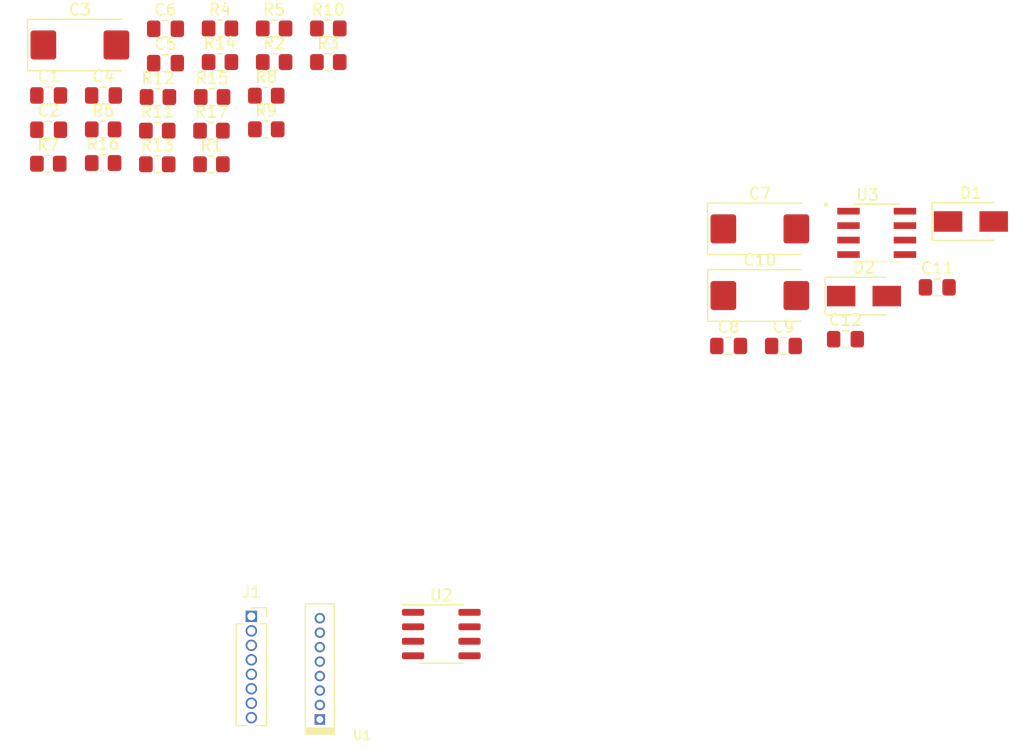
<source format=kicad_pcb>
(kicad_pcb (version 20211014) (generator pcbnew)
  (layers (0 "F.Cu" signal) (31 "B.Cu" signal) (34 "B.Paste" user) (35 "F.Paste" user) (36 "B.SilkS" user "B.Silkscreen") (37 "F.SilkS" user "F.Silkscreen") (38 "B.Mask" user) (39 "F.Mask" user) (44 "Edge.Cuts" user))
  (net 0 "")
  (net 9 "Net-(U2-Pad2)")
  (net 10 "Net-(U2-Pad1)")
  (net 13 "Net-(C3-Pad1)")
  (net 14 "GND")
  (net 17 "/Vcc")
  (net 18 "Net-(J1-Pad1)")
  (net 19 "Net-(J1-Pad2)")
  (net 20 "Net-(J1-Pad3)")
  (net 21 "Net-(J1-Pad4)")
  (net 22 "Net-(J1-Pad5)")
  (net 23 "Net-(J1-Pad6)")
  (net 24 "Net-(J1-Pad7)")
  (net 25 "Net-(J1-Pad8)")
  (net 26 "/S{slash}R-")
  (net 27 "/Vcc{slash}2")
  (net 28 "Net-(U2-Pad3)")
  (net 29 "/Vo+")
  (net 30 "/Vo-")
  (net 31 "/S{slash}R+")
  (net 32 "Net-(U2-Pad6)")
  (net 33 "/Vo")
  (net 36 "Net-(C7-Pad1)")
  (net 37 "Net-(C7-Pad2)")
  (net 38 "Net-(C8-Pad2)")
  (net 39 "/+5V")
  (net 40 "Net-(C10-Pad1)")
  (net 41 "Net-(C10-Pad2)")
  (net 42 "Net-(C11-Pad1)")
  (net 43 "/20V")
  (footprint "Resistor_SMD:R_0805_2012Metric_Pad1.20x1.40mm_HandSolder" (layer "F.Cu") (at 147.92 63.39)
    (fp_text reference "R13" (at 0 -1.65) (layer "F.SilkS"))
    (fp_text value "Rb")
    (fp_line (start -0.227064 -0.735) (end 0.227064 -0.735) (layer "F.SilkS") (width 0.12))
    (fp_line (start -0.227064 0.735) (end 0.227064 0.735) (layer "F.SilkS") (width 0.12))
    (pad "1" smd roundrect (at -1 0) (size 1.2 1.4) (layers "F.Cu" "F.Paste" "F.Mask") (roundrect_rratio 0.208333) (net 14 "GND"))
    (pad "2" smd roundrect (at 1 0) (size 1.2 1.4) (layers "F.Cu" "F.Paste" "F.Mask") (roundrect_rratio 0.208333) (net 32 "Net-(U2-Pad6)"))
  )
  (footprint "Resistor_SMD:R_0805_2012Metric_Pad1.20x1.40mm_HandSolder" (layer "F.Cu") (at 152.67 63.39)
    (fp_text reference "R1" (at 0 -1.65) (layer "F.SilkS"))
    (fp_text value "R_Small")
    (fp_line (start -0.227064 -0.735) (end 0.227064 -0.735) (layer "F.SilkS") (width 0.12))
    (fp_line (start -0.227064 0.735) (end 0.227064 0.735) (layer "F.SilkS") (width 0.12))
    (pad "1" smd roundrect (at -1 0) (size 1.2 1.4) (layers "F.Cu" "F.Paste" "F.Mask") (roundrect_rratio 0.208333) (net 18 "Net-(J1-Pad1)"))
    (pad "2" smd roundrect (at 1 0) (size 1.2 1.4) (layers "F.Cu" "F.Paste" "F.Mask") (roundrect_rratio 0.208333) (net 14 "GND"))
  )
  (footprint "Resistor_SMD:R_0805_2012Metric_Pad1.20x1.40mm_HandSolder" (layer "F.Cu") (at 157.48 60.32)
    (fp_text reference "R9" (at 0 -1.65) (layer "F.SilkS"))
    (fp_text value "R_Small")
    (fp_line (start -0.227064 -0.735) (end 0.227064 -0.735) (layer "F.SilkS") (width 0.12))
    (fp_line (start -0.227064 0.735) (end 0.227064 0.735) (layer "F.SilkS") (width 0.12))
    (pad "1" smd roundrect (at -1 0) (size 1.2 1.4) (layers "F.Cu" "F.Paste" "F.Mask") (roundrect_rratio 0.208333) (net 21 "Net-(J1-Pad4)"))
    (pad "2" smd roundrect (at 1 0) (size 1.2 1.4) (layers "F.Cu" "F.Paste" "F.Mask") (roundrect_rratio 0.208333) (net 14 "GND"))
  )
  (footprint "Capacitor_Tantalum_SMD:CP_EIA-7343-31_Kemet-D_Pad2.25x2.55mm_HandSolder" (layer "F.Cu") (at 200.77 69.06)
    (fp_text reference "C7" (at 0 -3.1) (layer "F.SilkS"))
    (fp_text value "C_Polarized_Small")
    (fp_line (start -4.585 2.26) (end 3.65 2.26) (layer "F.SilkS") (width 0.12))
    (fp_line (start -4.585 -2.26) (end -4.585 2.26) (layer "F.SilkS") (width 0.12))
    (fp_line (start 3.65 -2.26) (end -4.585 -2.26) (layer "F.SilkS") (width 0.12))
    (pad "1" smd roundrect (at -3.2 0) (size 2.25 2.55) (layers "F.Cu" "F.Paste" "F.Mask") (roundrect_rratio 0.111111) (net 36 "Net-(C7-Pad1)"))
    (pad "2" smd roundrect (at 3.2 0) (size 2.25 2.55) (layers "F.Cu" "F.Paste" "F.Mask") (roundrect_rratio 0.111111) (net 37 "Net-(C7-Pad2)"))
  )
  (footprint "MyLib:HMC1051Z3" (layer "F.Cu") (at 162.1785 112.1185)
    (fp_text reference "U1" (at 3.7 1.4) (layer "F.SilkS") (effects (font (size 0.787402 0.787402))))
    (fp_text value "HMC1051Z")
    (fp_line (start -1.27 1.27) (end 1.27 1.27) (layer "F.SilkS") (width 0.127))
    (fp_line (start 1.27 1.016) (end -1.27 1.016) (layer "F.SilkS") (width 0.127))
    (fp_line (start 1.27 -10.16) (end -1.27 -10.16) (layer "F.SilkS") (width 0.127))
    (fp_line (start -1.27 1.143) (end 1.27 1.143) (layer "F.SilkS") (width 0.127))
    (fp_line (start 1.27 0.762) (end -1.27 0.762) (layer "F.SilkS") (width 0.127))
    (fp_line (start -1.27 0.889) (end 1.27 0.889) (layer "F.SilkS") (width 0.127))
    (fp_line (start 1.27 0.762) (end 1.27 -10.16) (layer "F.SilkS") (width 0.127))
    (fp_line (start -1.27 1.143) (end -1.27 1.27) (layer "F.SilkS") (width 0.127))
    (fp_line (start -1.27 0.762) (end -1.27 0.889) (layer "F.SilkS") (width 0.127))
    (fp_line (start 1.27 1.27) (end 1.27 1.143) (layer "F.SilkS") (width 0.127))
    (fp_line (start 1.27 0.889) (end 1.27 0.762) (layer "F.SilkS") (width 0.127))
    (fp_line (start 1.27 1.143) (end 1.27 1.016) (layer "F.SilkS") (width 0.127))
    (fp_line (start -1.27 -10.16) (end -1.27 0.762) (layer "F.SilkS") (width 0.127))
    (fp_line (start -1.27 1.016) (end -1.27 1.143) (layer "F.SilkS") (width 0.127))
    (fp_line (start -1.27 1.016) (end -1.27 0.889) (layer "F.SilkS") (width 0.127))
    (fp_line (start 1.27 1.016) (end 1.27 0.889) (layer "F.SilkS") (width 0.127))
    (pad "1" thru_hole rect (at 0 0) (size 0.9144 0.9144) (drill 0.6) (layers *.Cu *.Mask))
    (pad "2" thru_hole circle (at 0 -1.27) (size 0.9144 0.9144) (drill 0.6) (layers *.Cu *.Mask))
    (pad "3" thru_hole circle (at 0 -2.54) (size 0.9144 0.9144) (drill 0.6) (layers *.Cu *.Mask))
    (pad "4" thru_hole circle (at 0 -3.81) (size 0.9144 0.9144) (drill 0.6) (layers *.Cu *.Mask))
    (pad "5" thru_hole circle (at 0 -5.08) (size 0.9144 0.9144) (drill 0.6) (layers *.Cu *.Mask))
    (pad "6" thru_hole circle (at 0 -6.35) (size 0.9144 0.9144) (drill 0.6) (layers *.Cu *.Mask))
    (pad "7" thru_hole circle (at 0 -7.62) (size 0.9144 0.9144) (drill 0.6) (layers *.Cu *.Mask))
    (pad "8" thru_hole circle (at 0 -8.89) (size 0.9144 0.9144) (drill 0.6) (layers *.Cu *.Mask))
  )
  (footprint "Diode_SMD:D_SMA" (layer "F.Cu") (at 219.28 68.41)
    (fp_text reference "D1" (at 0 -2.5) (layer "F.SilkS"))
    (fp_text value "1N5818")
    (fp_line (start -3.4 1.65) (end 2 1.65) (layer "F.SilkS") (width 0.12))
    (fp_line (start -3.4 -1.65) (end 2 -1.65) (layer "F.SilkS") (width 0.12))
    (fp_line (start -3.4 -1.65) (end -3.4 1.65) (layer "F.SilkS") (width 0.12))
    (pad "1" smd rect (at -2 0) (size 2.5 1.8) (layers "F.Cu" "F.Paste" "F.Mask") (net 42 "Net-(C11-Pad1)"))
    (pad "2" smd rect (at 2 0) (size 2.5 1.8) (layers "F.Cu" "F.Paste" "F.Mask") (net 38 "Net-(C8-Pad2)"))
  )
  (footprint "Capacitor_SMD:C_0805_2012Metric_Pad1.18x1.45mm_HandSolder" (layer "F.Cu") (at 148.64 51.5)
    (fp_text reference "C6" (at 0 -1.68) (layer "F.SilkS"))
    (fp_text value "C_Small")
    (fp_line (start -0.261252 -0.735) (end 0.261252 -0.735) (layer "F.SilkS") (width 0.12))
    (fp_line (start -0.261252 0.735) (end 0.261252 0.735) (layer "F.SilkS") (width 0.12))
    (pad "1" smd roundrect (at -1.0375 0) (size 1.175 1.45) (layers "F.Cu" "F.Paste" "F.Mask") (roundrect_rratio 0.212766) (net 14 "GND"))
    (pad "2" smd roundrect (at 1.0375 0) (size 1.175 1.45) (layers "F.Cu" "F.Paste" "F.Mask") (roundrect_rratio 0.212766) (net 17 "/Vcc"))
  )
  (footprint "Resistor_SMD:R_0805_2012Metric_Pad1.20x1.40mm_HandSolder" (layer "F.Cu") (at 158.17 51.47)
    (fp_text reference "R5" (at 0 -1.65) (layer "F.SilkS"))
    (fp_text value "500k")
    (fp_line (start -0.227064 -0.735) (end 0.227064 -0.735) (layer "F.SilkS") (width 0.12))
    (fp_line (start -0.227064 0.735) (end 0.227064 0.735) (layer "F.SilkS") (width 0.12))
    (pad "1" smd roundrect (at -1 0) (size 1.2 1.4) (layers "F.Cu" "F.Paste" "F.Mask") (roundrect_rratio 0.208333) (net 27 "/Vcc{slash}2"))
    (pad "2" smd roundrect (at 1 0) (size 1.2 1.4) (layers "F.Cu" "F.Paste" "F.Mask") (roundrect_rratio 0.208333) (net 28 "Net-(U2-Pad3)"))
  )
  (footprint "Connector_PinSocket_1.27mm:PinSocket_1x08_P1.27mm_Vertical" (layer "F.Cu") (at 156.17 103.07)
    (fp_text reference "J1" (at 0 -2.135) (layer "F.SilkS"))
    (fp_text value "Conn_01x08")
    (fp_line (start -1.33 0.635) (end -1.33 9.585) (layer "F.SilkS") (width 0.12))
    (fp_line (start 1.33 -0.76) (end 1.33 0) (layer "F.SilkS") (width 0.12))
    (fp_line (start 0.76 0.635) (end 1.33 0.635) (layer "F.SilkS") (width 0.12))
    (fp_line (start -1.33 9.585) (end -0.30753 9.585) (layer "F.SilkS") (width 0.12))
    (fp_line (start -1.33 0.635) (end -0.76 0.635) (layer "F.SilkS") (width 0.12))
    (fp_line (start 0 -0.76) (end 1.33 -0.76) (layer "F.SilkS") (width 0.12))
    (fp_line (start 1.33 0.635) (end 1.33 9.585) (layer "F.SilkS") (width 0.12))
    (fp_line (start 0.30753 9.585) (end 1.33 9.585) (layer "F.SilkS") (width 0.12))
    (pad "1" thru_hole rect (at 0 0) (size 1 1) (drill 0.7) (layers *.Cu *.Mask) (net 18 "Net-(J1-Pad1)"))
    (pad "2" thru_hole oval (at 0 1.27) (size 1 1) (drill 0.7) (layers *.Cu *.Mask) (net 19 "Net-(J1-Pad2)"))
    (pad "3" thru_hole oval (at 0 2.54) (size 1 1) (drill 0.7) (layers *.Cu *.Mask) (net 20 "Net-(J1-Pad3)"))
    (pad "4" thru_hole oval (at 0 3.81) (size 1 1) (drill 0.7) (layers *.Cu *.Mask) (net 21 "Net-(J1-Pad4)"))
    (pad "5" thru_hole oval (at 0 5.08) (size 1 1) (drill 0.7) (layers *.Cu *.Mask) (net 22 "Net-(J1-Pad5)"))
    (pad "6" thru_hole oval (at 0 6.35) (size 1 1) (drill 0.7) (layers *.Cu *.Mask) (net 23 "Net-(J1-Pad6)"))
    (pad "7" thru_hole oval (at 0 7.62) (size 1 1) (drill 0.7) (layers *.Cu *.Mask) (net 24 "Net-(J1-Pad7)"))
    (pad "8" thru_hole oval (at 0 8.89) (size 1 1) (drill 0.7) (layers *.Cu *.Mask) (net 25 "Net-(J1-Pad8)"))
  )
  (footprint "Resistor_SMD:R_0805_2012Metric_Pad1.20x1.40mm_HandSolder" (layer "F.Cu") (at 152.67 60.44)
    (fp_text reference "R17" (at 0 -1.65) (layer "F.SilkS"))
    (fp_text value "R_Small")
    (fp_line (start -0.227064 -0.735) (end 0.227064 -0.735) (layer "F.SilkS") (width 0.12))
    (fp_line (start -0.227064 0.735) (end 0.227064 0.735) (layer "F.SilkS") (width 0.12))
    (pad "1" smd roundrect (at -1 0) (size 1.2 1.4) (layers "F.Cu" "F.Paste" "F.Mask") (roundrect_rratio 0.208333))
    (pad "2" smd roundrect (at 1 0) (size 1.2 1.4) (layers "F.Cu" "F.Paste" "F.Mask") (roundrect_rratio 0.208333))
  )
  (footprint "Capacitor_SMD:C_0805_2012Metric_Pad1.18x1.45mm_HandSolder" (layer "F.Cu") (at 138.39 57.35)
    (fp_text reference "C1" (at 0 -1.68) (layer "F.SilkS"))
    (fp_text value "100nf")
    (fp_line (start -0.261252 0.735) (end 0.261252 0.735) (layer "F.SilkS") (width 0.12))
    (fp_line (start -0.261252 -0.735) (end 0.261252 -0.735) (layer "F.SilkS") (width 0.12))
    (pad "1" smd roundrect (at -1.0375 0) (size 1.175 1.45) (layers "F.Cu" "F.Paste" "F.Mask") (roundrect_rratio 0.212766) (net 9 "Net-(U2-Pad2)"))
    (pad "2" smd roundrect (at 1.0375 0) (size 1.175 1.45) (layers "F.Cu" "F.Paste" "F.Mask") (roundrect_rratio 0.212766) (net 10 "Net-(U2-Pad1)"))
  )
  (footprint "Resistor_SMD:R_0805_2012Metric_Pad1.20x1.40mm_HandSolder" (layer "F.Cu") (at 157.48 57.37)
    (fp_text reference "R8" (at 0 -1.65) (layer "F.SilkS"))
    (fp_text value "R_Small")
    (fp_line (start -0.227064 0.735) (end 0.227064 0.735) (layer "F.SilkS") (width 0.12))
    (fp_line (start -0.227064 -0.735) (end 0.227064 -0.735) (layer "F.SilkS") (width 0.12))
    (pad "1" smd roundrect (at -1 0) (size 1.2 1.4) (layers "F.Cu" "F.Paste" "F.Mask") (roundrect_rratio 0.208333) (net 19 "Net-(J1-Pad2)"))
    (pad "2" smd roundrect (at 1 0) (size 1.2 1.4) (layers "F.Cu" "F.Paste" "F.Mask") (roundrect_rratio 0.208333) (net 29 "/Vo+"))
  )
  (footprint "Capacitor_SMD:C_0805_2012Metric_Pad1.18x1.45mm_HandSolder" (layer "F.Cu") (at 138.39 60.36)
    (fp_text reference "C2" (at 0 -1.68) (layer "F.SilkS"))
    (fp_text value "C_Small")
    (fp_line (start -0.261252 0.735) (end 0.261252 0.735) (layer "F.SilkS") (width 0.12))
    (fp_line (start -0.261252 -0.735) (end 0.261252 -0.735) (layer "F.SilkS") (width 0.12))
    (pad "1" smd roundrect (at -1.0375 0) (size 1.175 1.45) (layers "F.Cu" "F.Paste" "F.Mask") (roundrect_rratio 0.212766))
    (pad "2" smd roundrect (at 1.0375 0) (size 1.175 1.45) (layers "F.Cu" "F.Paste" "F.Mask") (roundrect_rratio 0.212766))
  )
  (footprint "Resistor_SMD:R_0805_2012Metric_Pad1.20x1.40mm_HandSolder" (layer "F.Cu") (at 143.17 60.33)
    (fp_text reference "R6" (at 0 -1.65) (layer "F.SilkS"))
    (fp_text value "5k")
    (fp_line (start -0.227064 0.735) (end 0.227064 0.735) (layer "F.SilkS") (width 0.12))
    (fp_line (start -0.227064 -0.735) (end 0.227064 -0.735) (layer "F.SilkS") (width 0.12))
    (pad "1" smd roundrect (at -1 0) (size 1.2 1.4) (layers "F.Cu" "F.Paste" "F.Mask") (roundrect_rratio 0.208333) (net 29 "/Vo+"))
    (pad "2" smd roundrect (at 1 0) (size 1.2 1.4) (layers "F.Cu" "F.Paste" "F.Mask") (roundrect_rratio 0.208333) (net 28 "Net-(U2-Pad3)"))
  )
  (footprint "Resistor_SMD:R_0805_2012Metric_Pad1.20x1.40mm_HandSolder" (layer "F.Cu") (at 162.92 54.42)
    (fp_text reference "R3" (at 0 -1.65) (layer "F.SilkS"))
    (fp_text value "R_Small")
    (fp_line (start -0.227064 0.735) (end 0.227064 0.735) (layer "F.SilkS") (width 0.12))
    (fp_line (start -0.227064 -0.735) (end 0.227064 -0.735) (layer "F.SilkS") (width 0.12))
    (pad "1" smd roundrect (at -1 0) (size 1.2 1.4) (layers "F.Cu" "F.Paste" "F.Mask") (roundrect_rratio 0.208333) (net 22 "Net-(J1-Pad5)"))
    (pad "2" smd roundrect (at 1 0) (size 1.2 1.4) (layers "F.Cu" "F.Paste" "F.Mask") (roundrect_rratio 0.208333) (net 14 "GND"))
  )
  (footprint "Package_SO:SOIC-8_3.9x4.9mm_P1.27mm" (layer "F.Cu") (at 172.83 104.62)
    (fp_text reference "U2" (at 0 -3.4) (layer "F.SilkS"))
    (fp_text value "RC4558")
    (fp_line (start 0 -2.56) (end -3.45 -2.56) (layer "F.SilkS") (width 0.12))
    (fp_line (start 0 2.56) (end -1.95 2.56) (layer "F.SilkS") (width 0.12))
    (fp_line (start 0 2.56) (end 1.95 2.56) (layer "F.SilkS") (width 0.12))
    (fp_line (start 0 -2.56) (end 1.95 -2.56) (layer "F.SilkS") (width 0.12))
    (pad "1" smd roundrect (at -2.475 -1.905) (size 1.95 0.6) (layers "F.Cu" "F.Paste" "F.Mask") (net 10 "Net-(U2-Pad1)"))
    (pad "2" smd roundrect (at -2.475 -0.635) (size 1.95 0.6) (layers "F.Cu" "F.Paste" "F.Mask") (net 9 "Net-(U2-Pad2)"))
    (pad "3" smd roundrect (at -2.475 0.635) (size 1.95 0.6) (layers "F.Cu" "F.Paste" "F.Mask") (net 28 "Net-(U2-Pad3)"))
    (pad "4" smd roundrect (at -2.475 1.905) (size 1.95 0.6) (layers "F.Cu" "F.Paste" "F.Mask") (net 14 "GND"))
    (pad "5" smd roundrect (at 2.475 1.905) (size 1.95 0.6) (layers "F.Cu" "F.Paste" "F.Mask") (net 10 "Net-(U2-Pad1)"))
    (pad "6" smd roundrect (at 2.475 0.635) (size 1.95 0.6) (layers "F.Cu" "F.Paste" "F.Mask") (net 32 "Net-(U2-Pad6)"))
    (pad "7" smd roundrect (at 2.475 -0.635) (size 1.95 0.6) (layers "F.Cu" "F.Paste" "F.Mask") (net 33 "/Vo"))
    (pad "8" smd roundrect (at 2.475 -1.905) (size 1.95 0.6) (layers "F.Cu" "F.Paste" "F.Mask") (net 17 "/Vcc"))
  )
  (footprint "Capacitor_SMD:C_0805_2012Metric_Pad1.18x1.45mm_HandSolder" (layer "F.Cu") (at 198.03 79.34)
    (fp_text reference "C8" (at 0 -1.68) (layer "F.SilkS"))
    (fp_text value "100nf")
    (fp_line (start -0.261252 0.735) (end 0.261252 0.735) (layer "F.SilkS") (width 0.12))
    (fp_line (start -0.261252 -0.735) (end 0.261252 -0.735) (layer "F.SilkS") (width 0.12))
    (pad "1" smd roundrect (at -1.0375 0) (size 1.175 1.45) (layers "F.Cu" "F.Paste" "F.Mask") (roundrect_rratio 0.212766) (net 14 "GND"))
    (pad "2" smd roundrect (at 1.0375 0) (size 1.175 1.45) (layers "F.Cu" "F.Paste" "F.Mask") (roundrect_rratio 0.212766) (net 38 "Net-(C8-Pad2)"))
  )
  (footprint "Resistor_SMD:R_0805_2012Metric_Pad1.20x1.40mm_HandSolder" (layer "F.Cu") (at 147.92 60.44)
    (fp_text reference "R11" (at 0 -1.65) (layer "F.SilkS"))
    (fp_text value "R_Small")
    (fp_line (start -0.227064 -0.735) (end 0.227064 -0.735) (layer "F.SilkS") (width 0.12))
    (fp_line (start -0.227064 0.735) (end 0.227064 0.735) (layer "F.SilkS") (width 0.12))
    (pad "1" smd roundrect (at -1 0) (size 1.2 1.4) (layers "F.Cu" "F.Paste" "F.Mask") (roundrect_rratio 0.208333) (net 25 "Net-(J1-Pad8)"))
    (pad "2" smd roundrect (at 1 0) (size 1.2 1.4) (layers "F.Cu" "F.Paste" "F.Mask") (roundrect_rratio 0.208333) (net 30 "/Vo-"))
  )
  (footprint "MyLib:SOIC127P600X175-8N" (layer "F.Cu") (at 211.02 69.41)
    (fp_text reference "U3" (at -0.795 -3.332) (layer "F.SilkS"))
    (fp_text value "MAX662ACSA+")
    (fp_line (start -2 -2.52) (end 2 -2.52) (layer "F.SilkS") (width 0.127))
    (fp_line (start -2 2.52) (end 2 2.52) (layer "F.SilkS") (width 0.127))
    (fp_circle (center -4.445 -2.495) (end -4.345 -2.495) (layer "F.SilkS") (width 0.2) (fill none))
    (pad "1" smd roundrect (at -2.475 -1.905) (size 1.97 0.59) (layers "F.Cu" "F.Paste" "F.Mask") (roundrect_rratio 0.07) (net 37 "Net-(C7-Pad2)"))
    (pad "2" smd roundrect (at -2.475 -0.635) (size 1.97 0.59) (layers "F.Cu" "F.Paste" "F.Mask") (roundrect_rratio 0.07) (net 36 "Net-(C7-Pad1)"))
    (pad "3" smd roundrect (at -2.475 0.635) (size 1.97 0.59) (layers "F.Cu" "F.Paste" "F.Mask") (roundrect_rratio 0.07) (net 41 "Net-(C10-Pad2)"))
    (pad "4" smd roundrect (at -2.475 1.905) (size 1.97 0.59) (layers "F.Cu" "F.Paste" "F.Mask") (roundrect_rratio 0.07) (net 40 "Net-(C10-Pad1)"))
    (pad "5" smd roundrect (at 2.475 1.905) (size 1.97 0.59) (layers "F.Cu" "F.Paste" "F.Mask") (roundrect_rratio 0.07) (net 39 "/+5V"))
    (pad "6" smd roundrect (at 2.475 0.635) (size 1.97 0.59) (layers "F.Cu" "F.Paste" "F.Mask") (roundrect_rratio 0.07) (net 38 "Net-(C8-Pad2)"))
    (pad "7" smd roundrect (at 2.475 -0.635) (size 1.97 0.59) (layers "F.Cu" "F.Paste" "F.Mask") (roundrect_rratio 0.07) (net 14 "GND"))
    (pad "8" smd roundrect (at 2.475 -1.905) (size 1.97 0.59) (layers "F.Cu" "F.Paste" "F.Mask") (roundrect_rratio 0.07) (net 14 "GND"))
  )
  (footprint "Resistor_SMD:R_0805_2012Metric_Pad1.20x1.40mm_HandSolder" (layer "F.Cu") (at 162.92 51.47)
    (fp_text reference "R10" (at 0 -1.65) (layer "F.SilkS"))
    (fp_text value "R_Small")
    (fp_line (start -0.227064 -0.735) (end 0.227064 -0.735) (layer "F.SilkS") (width 0.12))
    (fp_line (start -0.227064 0.735) (end 0.227064 0.735) (layer "F.SilkS") (width 0.12))
    (pad "1" smd roundrect (at -1 0) (size 1.2 1.4) (layers "F.Cu" "F.Paste" "F.Mask") (roundrect_rratio 0.208333) (net 23 "Net-(J1-Pad6)"))
    (pad "2" smd roundrect (at 1 0) (size 1.2 1.4) (layers "F.Cu" "F.Paste" "F.Mask") (roundrect_rratio 0.208333) (net 31 "/S{slash}R+"))
  )
  (footprint "Resistor_SMD:R_0805_2012Metric_Pad1.20x1.40mm_HandSolder" (layer "F.Cu") (at 153.42 54.42)
    (fp_text reference "R14" (at 0 -1.65) (layer "F.SilkS"))
    (fp_text value "R_Small")
    (fp_line (start -0.227064 -0.735) (end 0.227064 -0.735) (layer "F.SilkS") (width 0.12))
    (fp_line (start -0.227064 0.735) (end 0.227064 0.735) (layer "F.SilkS") (width 0.12))
    (pad "1" smd roundrect (at -1 0) (size 1.2 1.4) (layers "F.Cu" "F.Paste" "F.Mask") (roundrect_rratio 0.208333) (net 17 "/Vcc"))
    (pad "2" smd roundrect (at 1 0) (size 1.2 1.4) (layers "F.Cu" "F.Paste" "F.Mask") (roundrect_rratio 0.208333) (net 13 "Net-(C3-Pad1)"))
  )
  (footprint "Diode_SMD:D_SMA" (layer "F.Cu") (at 209.9 74.96)
    (fp_text reference "D2" (at 0 -2.5) (layer "F.SilkS"))
    (fp_text value "1N5818")
    (fp_line (start -3.4 1.65) (end 2 1.65) (layer "F.SilkS") (width 0.12))
    (fp_line (start -3.4 -1.65) (end 2 -1.65) (layer "F.SilkS") (width 0.12))
    (fp_line (start -3.4 -1.65) (end -3.4 1.65) (layer "F.SilkS") (width 0.12))
    (pad "1" smd rect (at -2 0) (size 2.5 1.8) (layers "F.Cu" "F.Paste" "F.Mask") (net 43 "/20V"))
    (pad "2" smd rect (at 2 0) (size 2.5 1.8) (layers "F.Cu" "F.Paste" "F.Mask") (net 42 "Net-(C11-Pad1)"))
  )
  (footprint "Capacitor_SMD:C_0805_2012Metric_Pad1.18x1.45mm_HandSolder" (layer "F.Cu") (at 202.84 79.34)
    (fp_text reference "C9" (at 0 -1.68) (layer "F.SilkS"))
    (fp_text value "2uf")
    (fp_line (start -0.261252 -0.735) (end 0.261252 -0.735) (layer "F.SilkS") (width 0.12))
    (fp_line (start -0.261252 0.735) (end 0.261252 0.735) (layer "F.SilkS") (width 0.12))
    (pad "1" smd roundrect (at -1.0375 0) (size 1.175 1.45) (layers "F.Cu" "F.Paste" "F.Mask") (roundrect_rratio 0.212766) (net 14 "GND"))
    (pad "2" smd roundrect (at 1.0375 0) (size 1.175 1.45) (layers "F.Cu" "F.Paste" "F.Mask") (roundrect_rratio 0.212766) (net 39 "/+5V"))
  )
  (footprint "Capacitor_SMD:C_0805_2012Metric_Pad1.18x1.45mm_HandSolder" (layer "F.Cu") (at 148.64 54.51)
    (fp_text reference "C5" (at 0 -1.68) (layer "F.SilkS"))
    (fp_text value "C_Small")
    (fp_line (start -0.261252 -0.735) (end 0.261252 -0.735) (layer "F.SilkS") (width 0.12))
    (fp_line (start -0.261252 0.735) (end 0.261252 0.735) (layer "F.SilkS") (width 0.12))
    (pad "1" smd roundrect (at -1.0375 0) (size 1.175 1.45) (layers "F.Cu" "F.Paste" "F.Mask") (roundrect_rratio 0.212766) (net 14 "GND"))
    (pad "2" smd roundrect (at 1.0375 0) (size 1.175 1.45) (layers "F.Cu" "F.Paste" "F.Mask") (roundrect_rratio 0.212766) (net 17 "/Vcc"))
  )
  (footprint "Capacitor_SMD:C_0805_2012Metric_Pad1.18x1.45mm_HandSolder" (layer "F.Cu") (at 216.33 74.19)
    (fp_text reference "C11" (at 0 -1.68) (layer "F.SilkS"))
    (fp_text value "100nf")
    (fp_line (start -0.261252 0.735) (end 0.261252 0.735) (layer "F.SilkS") (width 0.12))
    (fp_line (start -0.261252 -0.735) (end 0.261252 -0.735) (layer "F.SilkS") (width 0.12))
    (pad "1" smd roundrect (at -1.0375 0) (size 1.175 1.45) (layers "F.Cu" "F.Paste" "F.Mask") (roundrect_rratio 0.212766) (net 42 "Net-(C11-Pad1)"))
    (pad "2" smd roundrect (at 1.0375 0) (size 1.175 1.45) (layers "F.Cu" "F.Paste" "F.Mask") (roundrect_rratio 0.212766) (net 41 "Net-(C10-Pad2)"))
  )
  (footprint "Resistor_SMD:R_0805_2012Metric_Pad1.20x1.40mm_HandSolder" (layer "F.Cu") (at 138.36 63.34)
    (fp_text reference "R7" (at 0 -1.65) (layer "F.SilkS"))
    (fp_text value "5k")
    (fp_line (start -0.227064 0.735) (end 0.227064 0.735) (layer "F.SilkS") (width 0.12))
    (fp_line (start -0.227064 -0.735) (end 0.227064 -0.735) (layer "F.SilkS") (width 0.12))
    (pad "1" smd roundrect (at -1 0) (size 1.2 1.4) (layers "F.Cu" "F.Paste" "F.Mask") (roundrect_rratio 0.208333) (net 30 "/Vo-"))
    (pad "2" smd roundrect (at 1 0) (size 1.2 1.4) (layers "F.Cu" "F.Paste" "F.Mask") (roundrect_rratio 0.208333) (net 9 "Net-(U2-Pad2)"))
  )
  (footprint "Resistor_SMD:R_0805_2012Metric_Pad1.20x1.40mm_HandSolder" (layer "F.Cu") (at 158.17 54.42)
    (fp_text reference "R2" (at 0 -1.65) (layer "F.SilkS"))
    (fp_text value "R_Small")
    (fp_line (start -0.227064 0.735) (end 0.227064 0.735) (layer "F.SilkS") (width 0.12))
    (fp_line (start -0.227064 -0.735) (end 0.227064 -0.735) (layer "F.SilkS") (width 0.12))
    (pad "1" smd roundrect (at -1 0) (size 1.2 1.4) (layers "F.Cu" "F.Paste" "F.Mask") (roundrect_rratio 0.208333) (net 20 "Net-(J1-Pad3)"))
    (pad "2" smd roundrect (at 1 0) (size 1.2 1.4) (layers "F.Cu" "F.Paste" "F.Mask") (roundrect_rratio 0.208333) (net 17 "/Vcc"))
  )
  (footprint "Resistor_SMD:R_0805_2012Metric_Pad1.20x1.40mm_HandSolder" (layer "F.Cu") (at 143.17 63.28)
    (fp_text reference "R16" (at 0 -1.65) (layer "F.SilkS"))
    (fp_text value "Rth")
    (fp_line (start -0.227064 -0.735) (end 0.227064 -0.735) (layer "F.SilkS") (width 0.12))
    (fp_line (start -0.227064 0.735) (end 0.227064 0.735) (layer "F.SilkS") (width 0.12))
    (pad "1" smd roundrect (at -1 0) (size 1.2 1.4) (layers "F.Cu" "F.Paste" "F.Mask") (roundrect_rratio 0.208333) (net 32 "Net-(U2-Pad6)"))
    (pad "2" smd roundrect (at 1 0) (size 1.2 1.4) (layers "F.Cu" "F.Paste" "F.Mask") (roundrect_rratio 0.208333) (net 33 "/Vo"))
  )
  (footprint "Resistor_SMD:R_0805_2012Metric_Pad1.20x1.40mm_HandSolder" (layer "F.Cu") (at 152.73 57.49)
    (fp_text reference "R15" (at 0 -1.65) (layer "F.SilkS"))
    (fp_text value "Ra")
    (fp_line (start -0.227064 0.735) (end 0.227064 0.735) (layer "F.SilkS") (width 0.12))
    (fp_line (start -0.227064 -0.735) (end 0.227064 -0.735) (layer "F.SilkS") (width 0.12))
    (pad "1" smd roundrect (at -1 0) (size 1.2 1.4) (layers "F.Cu" "F.Paste" "F.Mask") (roundrect_rratio 0.208333) (net 32 "Net-(U2-Pad6)"))
    (pad "2" smd roundrect (at 1 0) (size 1.2 1.4) (layers "F.Cu" "F.Paste" "F.Mask") (roundrect_rratio 0.208333) (net 33 "/Vo"))
  )
  (footprint "Capacitor_SMD:C_0805_2012Metric_Pad1.18x1.45mm_HandSolder" (layer "F.Cu") (at 208.28 78.74)
    (fp_text reference "C12" (at 0 -1.68) (layer "F.SilkS"))
    (fp_text value "100nf")
    (fp_line (start -0.261252 0.735) (end 0.261252 0.735) (layer "F.SilkS") (width 0.12))
    (fp_line (start -0.261252 -0.735) (end 0.261252 -0.735) (layer "F.SilkS") (width 0.12))
    (pad "1" smd roundrect (at -1.0375 0) (size 1.175 1.45) (layers "F.Cu" "F.Paste" "F.Mask") (roundrect_rratio 0.212766) (net 14 "GND"))
    (pad "2" smd roundrect (at 1.0375 0) (size 1.175 1.45) (layers "F.Cu" "F.Paste" "F.Mask") (roundrect_rratio 0.212766) (net 43 "/20V"))
  )
  (footprint "Capacitor_Tantalum_SMD:CP_EIA-7343-31_Kemet-D_Pad2.25x2.55mm_HandSolder" (layer "F.Cu") (at 200.77 74.91)
    (fp_text reference "C10" (at 0 -3.1) (layer "F.SilkS"))
    (fp_text value "C_Polarized_Small")
    (fp_line (start -4.585 2.26) (end 3.65 2.26) (layer "F.SilkS") (width 0.12))
    (fp_line (start 3.65 -2.26) (end -4.585 -2.26) (layer "F.SilkS") (width 0.12))
    (fp_line (start -4.585 -2.26) (end -4.585 2.26) (layer "F.SilkS") (width 0.12))
    (pad "1" smd roundrect (at -3.2 0) (size 2.25 2.55) (layers "F.Cu" "F.Paste" "F.Mask") (roundrect_rratio 0.111111) (net 40 "Net-(C10-Pad1)"))
    (pad "2" smd roundrect (at 3.2 0) (size 2.25 2.55) (layers "F.Cu" "F.Paste" "F.Mask") (roundrect_rratio 0.111111) (net 41 "Net-(C10-Pad2)"))
  )
  (footprint "Resistor_SMD:R_0805_2012Metric_Pad1.20x1.40mm_HandSolder" (layer "F.Cu") (at 153.42 51.47)
    (fp_text reference "R4" (at 0 -1.65) (layer "F.SilkS"))
    (fp_text value "R_Small")
    (fp_line (start -0.227064 -0.735) (end 0.227064 -0.735) (layer "F.SilkS") (width 0.12))
    (fp_line (start -0.227064 0.735) (end 0.227064 0.735) (layer "F.SilkS") (width 0.12))
    (pad "1" smd roundrect (at -1 0) (size 1.2 1.4) (layers "F.Cu" "F.Paste" "F.Mask") (roundrect_rratio 0.208333) (net 24 "Net-(J1-Pad7)"))
    (pad "2" smd roundrect (at 1 0) (size 1.2 1.4) (layers "F.Cu" "F.Paste" "F.Mask") (roundrect_rratio 0.208333) (net 26 "/S{slash}R-"))
  )
  (footprint "Capacitor_SMD:C_0805_2012Metric_Pad1.18x1.45mm_HandSolder" (layer "F.Cu") (at 143.2 57.35)
    (fp_text reference "C4" (at 0 -1.68) (layer "F.SilkS"))
    (fp_text value "C_Small")
    (fp_line (start -0.261252 -0.735) (end 0.261252 -0.735) (layer "F.SilkS") (width 0.12))
    (fp_line (start -0.261252 0.735) (end 0.261252 0.735) (layer "F.SilkS") (width 0.12))
    (pad "1" smd roundrect (at -1.0375 0) (size 1.175 1.45) (layers "F.Cu" "F.Paste" "F.Mask") (roundrect_rratio 0.212766))
    (pad "2" smd roundrect (at 1.0375 0) (size 1.175 1.45) (layers "F.Cu" "F.Paste" "F.Mask") (roundrect_rratio 0.212766))
  )
  (footprint "Capacitor_Tantalum_SMD:CP_EIA-7343-31_Kemet-D_Pad2.25x2.55mm_HandSolder" (layer "F.Cu") (at 141.13 52.92)
    (fp_text reference "C3" (at 0 -3.1) (layer "F.SilkS"))
    (fp_text value "C_Polarized_Small")
    (fp_line (start -4.585 2.26) (end 3.65 2.26) (layer "F.SilkS") (width 0.12))
    (fp_line (start -4.585 -2.26) (end -4.585 2.26) (layer "F.SilkS") (width 0.12))
    (fp_line (start 3.65 -2.26) (end -4.585 -2.26) (layer "F.SilkS") (width 0.12))
    (pad "1" smd roundrect (at -3.2 0) (size 2.25 2.55) (layers "F.Cu" "F.Paste" "F.Mask") (roundrect_rratio 0.111111) (net 13 "Net-(C3-Pad1)"))
    (pad "2" smd roundrect (at 3.2 0) (size 2.25 2.55) (layers "F.Cu" "F.Paste" "F.Mask") (roundrect_rratio 0.111111) (net 14 "GND"))
  )
  (footprint "Resistor_SMD:R_0805_2012Metric_Pad1.20x1.40mm_HandSolder" (layer "F.Cu") (at 147.98 57.49)
    (fp_text reference "R12" (at 0 -1.65) (layer "F.SilkS"))
    (fp_text value "500k")
    (fp_line (start -0.227064 -0.735) (end 0.227064 -0.735) (layer "F.SilkS") (width 0.12))
    (fp_line (start -0.227064 0.735) (end 0.227064 0.735) (layer "F.SilkS") (width 0.12))
    (pad "1" smd roundrect (at -1 0) (size 1.2 1.4) (layers "F.Cu" "F.Paste" "F.Mask") (roundrect_rratio 0.208333) (net 9 "Net-(U2-Pad2)"))
    (pad "2" smd roundrect (at 1 0) (size 1.2 1.4) (layers "F.Cu" "F.Paste" "F.Mask") (roundrect_rratio 0.208333) (net 10 "Net-(U2-Pad1)"))
  )
)
</source>
